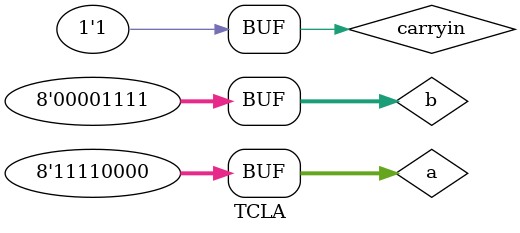
<source format=sv>
`timescale 1ns/1ns
module TCLA();

logic[7:0] a,b,w;
logic carryin,carryout;
  CLAadder g1(a ,b ,carryin,w,carryout);
  initial begin
    carryin=1;
    #(50) a=8'b00110001; b=8'b00110100;
    #(50) a=8'b00001001; b=8'b00001100;
    #(50) a=8'b11111111; b=8'b11111111;
    #(50) a=8'b11111111; b=8'b00000000;
    #(50) a=8'b11110000; b=8'b11111111;
    #(50) a=8'b11110000; b=8'b00001111;
  end 
endmodule

</source>
